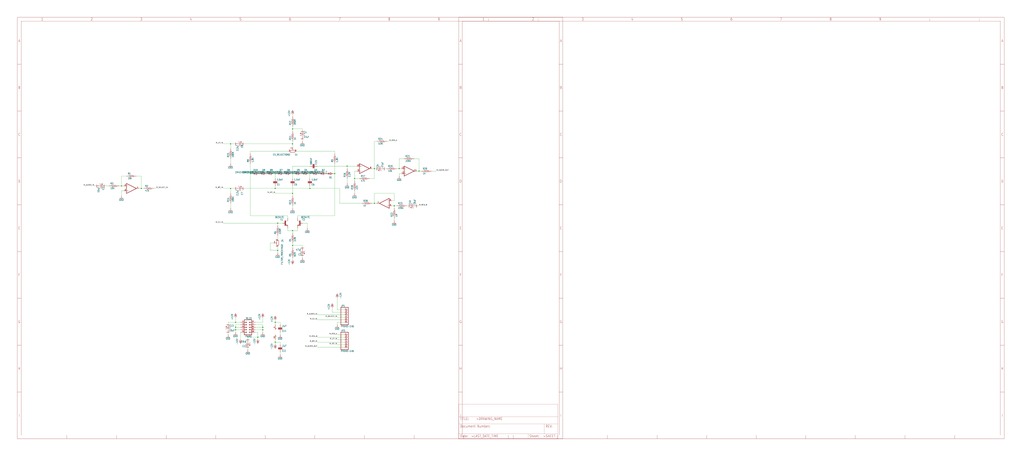
<source format=kicad_sch>
(kicad_sch (version 20211123) (generator eeschema)
  (paper "User" 1049.02 470.306)
  (lib_symbols
    (symbol "Device:R_Potentiometer_Trim" (pin_names (offset 1.016) hide)
      (property "Reference" "RV" (at -4.445 0 90))
      (property "Value" "R_Potentiometer_Trim" (at -2.54 0 90))
      (symbol "R_Potentiometer_Trim_1_1"
        (pin passive line (at 0 3.81 270) (length 1.27) (name "1") (number "1"))
        (pin passive line (at 3.81 0 180) (length 1.27) (name "2") (number "2"))
        (pin passive line (at 0 -3.81 90) (length 1.27) (name "3") (number "3"))
      )
    )
    (symbol "mainboard-eagle-import:+12V" (power)
      (property "Value" "+12V" (at -2.54 -5.08 90))
      (symbol "+12V_1_0"
        (pin power_in line (at 0 -2.54 90) (length 2.54) (name "+12V") (number "1"))
      )
    )
    (symbol "mainboard-eagle-import:-12V" (power)
      (property "Value" "-12V" (at -2.54 -2.54 90))
      (symbol "-12V_1_0"
        (pin power_in line (at 0 2.54 270) (length 2.54) (name "-12V") (number "1"))
      )
    )
    (symbol "mainboard-eagle-import:-NPN-TO92-CBE"
      (property "Reference" "T" (at -10.16 7.62 0))
      (property "Value" "-NPN-TO92-CBE" (at -10.16 5.08 0))
      (symbol "-NPN-TO92-CBE_1_0"
        (pin passive line (at -2.54 0 0) (length 2.54) (name "B") (number "B"))
        (pin passive line (at 2.54 5.08 270) (length 2.54) (name "C") (number "C"))
        (pin passive line (at 2.54 -5.08 90) (length 2.54) (name "E") (number "E"))
      )
    )
    (symbol "mainboard-eagle-import:1N4148DO35-7"
      (property "Reference" "D" (at 2.54 0.4826 0))
      (property "Value" "1N4148DO35-7" (at 2.54 -2.3114 0))
      (symbol "1N4148DO35-7_1_0"
        (text "SpiceOrder 1" (at -2.54 0 0) (effects (font (size 0.4064 0.3454))))
        (text "SpiceOrder 2" (at 2.54 0 0) (effects (font (size 0.4064 0.3454))))
        (pin passive line (at -2.54 0 0) (length 2.54) (name "A") (number "A"))
        (pin passive line (at 2.54 0 180) (length 2.54) (name "C") (number "C"))
      )
    )
    (symbol "mainboard-eagle-import:C-EU050-024X044"
      (property "Reference" "C" (at 1.524 0.381 0))
      (property "Value" "C-EU050-024X044" (at 1.524 -4.699 0))
      (symbol "C-EU050-024X044_1_0"
        (pin passive line (at 0 2.54 270) (length 2.54) (name "1") (number "1"))
        (pin passive line (at 0 -5.08 90) (length 2.54) (name "2") (number "2"))
      )
    )
    (symbol "mainboard-eagle-import:C-EU050-035X075"
      (property "Reference" "C" (at 1.524 0.381 0))
      (property "Value" "C-EU050-035X075" (at 1.524 -4.699 0))
      (symbol "C-EU050-035X075_1_0"
        (pin passive line (at 0 2.54 270) (length 2.54) (name "1") (number "1"))
        (pin passive line (at 0 -5.08 90) (length 2.54) (name "2") (number "2"))
      )
    )
    (symbol "mainboard-eagle-import:CPOL-USE2.5-5"
      (property "Reference" "C" (at 1.016 0.635 0))
      (property "Value" "CPOL-USE2.5-5" (at 1.016 -4.191 0))
      (symbol "CPOL-USE2.5-5_1_0"
        (text "SpiceOrder 1" (at 0 2.54 0) (effects (font (size 0.4064 0.3454))))
        (text "SpiceOrder 2" (at 0 -5.08 0) (effects (font (size 0.4064 0.3454))))
        (pin passive line (at 0 2.54 270) (length 2.54) (name "+") (number "+"))
        (pin passive line (at 0 -5.08 90) (length 2.54) (name "-") (number "-"))
      )
    )
    (symbol "mainboard-eagle-import:FRAME_C_L"
      (symbol "FRAME_C_L_0_0"
        (text "1" (at 25.4 429.895 0) (effects (font (size 2.54 2.286))))
        (text "2" (at 76.2 429.895 0) (effects (font (size 2.54 2.286))))
        (text "3" (at 127 429.895 0) (effects (font (size 2.54 2.286))))
        (text "4" (at 177.8 429.895 0) (effects (font (size 2.54 2.286))))
        (text "5" (at 228.6 429.895 0) (effects (font (size 2.54 2.286))))
        (text "6" (at 279.4 429.895 0) (effects (font (size 2.54 2.286))))
        (text "7" (at 330.2 429.895 0) (effects (font (size 2.54 2.286))))
        (text "8" (at 381 429.895 0) (effects (font (size 2.54 2.286))))
        (text "9" (at 431.8 429.895 0) (effects (font (size 2.54 2.286))))
        (text ":" (at 482.6 429.895 0) (effects (font (size 2.54 2.286))))
        (text ";" (at 533.4 429.895 0) (effects (font (size 2.54 2.286))))
        (text "A" (at 1.905 407.8111 0) (effects (font (size 2.54 2.286))))
        (text "A" (at 556.895 407.8111 0) (effects (font (size 2.54 2.286))))
        (text "B" (at 1.905 359.8333 0) (effects (font (size 2.54 2.286))))
        (text "B" (at 556.895 359.8333 0) (effects (font (size 2.54 2.286))))
        (text "C" (at 1.905 311.8556 0) (effects (font (size 2.54 2.286))))
        (text "C" (at 556.895 311.8556 0) (effects (font (size 2.54 2.286))))
        (text "D" (at 1.905 263.8778 0) (effects (font (size 2.54 2.286))))
        (text "D" (at 556.895 263.8778 0) (effects (font (size 2.54 2.286))))
        (text "E" (at 1.905 215.9 0) (effects (font (size 2.54 2.286))))
        (text "E" (at 556.895 215.9 0) (effects (font (size 2.54 2.286))))
        (text "F" (at 1.905 167.9222 0) (effects (font (size 2.54 2.286))))
        (text "F" (at 556.895 167.9222 0) (effects (font (size 2.54 2.286))))
        (text "G" (at 1.905 119.9444 0) (effects (font (size 2.54 2.286))))
        (text "G" (at 556.895 119.9444 0) (effects (font (size 2.54 2.286))))
        (text "H" (at 1.905 71.9667 0) (effects (font (size 2.54 2.286))))
        (text "H" (at 556.895 71.9667 0) (effects (font (size 2.54 2.286))))
        (text "I" (at 1.905 23.9889 0) (effects (font (size 2.54 2.286))))
        (text "I" (at 556.895 23.9889 0) (effects (font (size 2.54 2.286))))
      )
      (symbol "FRAME_C_L_2_0"
        (text ">DRAWING_NAME" (at 17.78 19.05 0) (effects (font (size 2.54 2.159)) (justify left bottom)))
        (text ">LAST_DATE_TIME" (at 12.7 1.27 0) (effects (font (size 2.54 2.159)) (justify left bottom)))
        (text ">SHEET" (at 86.36 1.27 0) (effects (font (size 2.54 2.159)) (justify left bottom)))
        (text "Date:" (at 1.27 1.27 0) (effects (font (size 2.54 2.159)) (justify left bottom)))
        (text "Document Number:" (at 1.27 11.43 0) (effects (font (size 2.54 2.159)) (justify left bottom)))
        (text "REV:" (at 88.9 11.43 0) (effects (font (size 2.54 2.159)) (justify left bottom)))
        (text "Sheet:" (at 72.39 1.27 0) (effects (font (size 2.54 2.159)) (justify left bottom)))
        (text "TITLE:" (at 1.27 19.05 0) (effects (font (size 2.54 2.159)) (justify left bottom)))
      )
    )
    (symbol "mainboard-eagle-import:GND" (power)
      (property "Value" "GND" (at -2.54 -2.54 0))
      (symbol "GND_1_0"
        (pin power_in line (at 0 2.54 270) (length 2.54) (name "GND") (number "1"))
      )
    )
    (symbol "mainboard-eagle-import:ML10"
      (property "Reference" "SV" (at -3.81 8.382 0))
      (property "Value" "ML10" (at -3.81 -10.16 0))
      (symbol "ML10_1_0"
        (pin passive line (at 7.62 -5.08 180) (length 5.08) (name "1") (number "1"))
        (pin passive line (at -7.62 5.08 0) (length 5.08) (name "10") (number "10"))
        (pin passive line (at -7.62 -5.08 0) (length 5.08) (name "2") (number "2"))
        (pin passive line (at 7.62 -2.54 180) (length 5.08) (name "3") (number "3"))
        (pin passive line (at -7.62 -2.54 0) (length 5.08) (name "4") (number "4"))
        (pin passive line (at 7.62 0 180) (length 5.08) (name "5") (number "5"))
        (pin passive line (at -7.62 0 0) (length 5.08) (name "6") (number "6"))
        (pin passive line (at 7.62 2.54 180) (length 5.08) (name "7") (number "7"))
        (pin passive line (at -7.62 2.54 0) (length 5.08) (name "8") (number "8"))
        (pin passive line (at 7.62 5.08 180) (length 5.08) (name "9") (number "9"))
      )
    )
    (symbol "mainboard-eagle-import:PINHD-1X6"
      (property "Reference" "JP" (at -6.35 10.795 0))
      (property "Value" "PINHD-1X6" (at -6.35 -10.16 0))
      (symbol "PINHD-1X6_1_0"
        (pin passive inverted (at -2.54 7.62 0) (length 2.54) (name "1") (number "1"))
        (pin passive inverted (at -2.54 5.08 0) (length 2.54) (name "2") (number "2"))
        (pin passive inverted (at -2.54 2.54 0) (length 2.54) (name "3") (number "3"))
        (pin passive inverted (at -2.54 0 0) (length 2.54) (name "4") (number "4"))
        (pin passive inverted (at -2.54 -2.54 0) (length 2.54) (name "5") (number "5"))
        (pin passive inverted (at -2.54 -5.08 0) (length 2.54) (name "6") (number "6"))
      )
    )
    (symbol "mainboard-eagle-import:R-US_0204{slash}7"
      (property "Reference" "R" (at -3.81 1.4986 0))
      (property "Value" "R-US_0204{slash}7" (at -3.81 -3.302 0))
      (symbol "R-US_0204{slash}7_1_0"
        (pin passive line (at -5.08 0 0) (length 2.54) (name "1") (number "1"))
        (pin passive line (at 5.08 0 180) (length 2.54) (name "2") (number "2"))
      )
    )
    (symbol "mainboard-eagle-import:TL074P"
      (symbol "TL074P_1_0"
        (pin output line (at 7.62 0 180) (length 2.54) (name "OUT") (number "1"))
        (pin input line (at -7.62 -2.54 0) (length 2.54) (name "-IN") (number "2"))
        (pin input line (at -7.62 2.54 0) (length 2.54) (name "+IN") (number "3"))
      )
      (symbol "TL074P_2_0"
        (pin input line (at -7.62 2.54 0) (length 2.54) (name "+IN") (number "5"))
        (pin input line (at -7.62 -2.54 0) (length 2.54) (name "-IN") (number "6"))
        (pin output line (at 7.62 0 180) (length 2.54) (name "OUT") (number "7"))
      )
      (symbol "TL074P_3_0"
        (pin input line (at -7.62 2.54 0) (length 2.54) (name "+IN") (number "10"))
        (pin output line (at 7.62 0 180) (length 2.54) (name "OUT") (number "8"))
        (pin input line (at -7.62 -2.54 0) (length 2.54) (name "-IN") (number "9"))
      )
      (symbol "TL074P_4_0"
        (pin input line (at -7.62 2.54 0) (length 2.54) (name "+IN") (number "12"))
        (pin input line (at -7.62 -2.54 0) (length 2.54) (name "-IN") (number "13"))
        (pin output line (at 7.62 0 180) (length 2.54) (name "OUT") (number "14"))
      )
      (symbol "TL074P_5_0"
        (text "V+" (at 1.27 3.175 900) (effects (font (size 0.8128 0.6908)) (justify left bottom)))
        (text "V-" (at 1.27 -4.445 900) (effects (font (size 0.8128 0.6908)) (justify left bottom)))
        (pin power_in line (at 0 -7.62 90) (length 5.08) (name "V-") (number "11"))
        (pin power_in line (at 0 7.62 270) (length 5.08) (name "V+") (number "4"))
      )
    )
  )
  (junction (at 284.48 256.54))
  (junction (at 299.72 251.46))
  (junction (at 363.22 182.88))
  (junction (at 342.9 177.8))
  (junction (at 281.94 350.52))
  (junction (at 299.72 236.22))
  (junction (at 317.5 193.04))
  (junction (at 408.94 172.72))
  (junction (at 144.78 193.04))
  (junction (at 403.86 210.82))
  (junction (at 124.46 190.5))
  (junction (at 236.22 147.32))
  (junction (at 236.22 193.04))
  (junction (at 284.48 228.6))
  (junction (at 241.3 335.28))
  (junction (at 241.3 330.2))
  (junction (at 256.54 177.8))
  (junction (at 241.3 337.82))
  (junction (at 355.6 170.18))
  (junction (at 299.72 177.8))
  (junction (at 317.5 177.8))
  (junction (at 383.54 208.28))
  (junction (at 281.94 177.8))
  (junction (at 269.24 335.28))
  (junction (at 299.72 198.12))
  (junction (at 429.26 175.26))
  (junction (at 264.16 345.44))
  (junction (at 281.94 193.04))
  (junction (at 383.54 172.72))
  (junction (at 281.94 330.2))
  (junction (at 299.72 132.08))
  (junction (at 269.24 337.82))
  (junction (at 299.72 147.32))
  (wire (pts (xy 299.72 116.84) (xy 299.72 119.38)))
  (wire (pts (xy 241.3 325.12) (xy 241.3 330.2)))
  (wire (pts (xy 269.24 332.74) (xy 261.62 332.74)))
  (wire (pts (xy 342.9 177.8) (xy 342.9 220.98)))
  (wire (pts (xy 299.72 213.36) (xy 299.72 210.82)))
  (wire (pts (xy 406.4 210.82) (xy 403.86 210.82)))
  (wire (pts (xy 309.88 264.16) (xy 309.88 261.62)))
  (wire (pts (xy 124.46 190.5) (xy 124.46 180.34)))
  (wire (pts (xy 431.8 175.26) (xy 429.26 175.26)))
  (wire (pts (xy 383.54 198.12) (xy 403.86 198.12)))
  (wire (pts (xy 365.76 175.26) (xy 363.22 175.26)))
  (wire (pts (xy 284.48 228.6) (xy 284.48 231.14)))
  (wire (pts (xy 299.72 236.22) (xy 304.8 236.22)))
  (wire (pts (xy 99.06 190.5) (xy 96.52 190.5)))
  (wire (pts (xy 345.44 330.2) (xy 345.44 332.74)))
  (wire (pts (xy 309.88 251.46) (xy 309.88 254)))
  (wire (pts (xy 363.22 182.88) (xy 368.3 182.88)))
  (wire (pts (xy 403.86 210.82) (xy 401.32 210.82)))
  (wire (pts (xy 281.94 182.88) (xy 281.94 177.8)))
  (wire (pts (xy 429.26 175.26) (xy 426.72 175.26)))
  (wire (pts (xy 236.22 193.04) (xy 228.6 193.04)))
  (wire (pts (xy 233.68 342.9) (xy 233.68 340.36)))
  (wire (pts (xy 299.72 248.92) (xy 299.72 251.46)))
  (wire (pts (xy 383.54 172.72) (xy 383.54 182.88)))
  (wire (pts (xy 340.36 320.04) (xy 340.36 314.96)))
  (wire (pts (xy 294.64 236.22) (xy 299.72 236.22)))
  (wire (pts (xy 363.22 182.88) (xy 363.22 185.42)))
  (wire (pts (xy 355.6 187.96) (xy 355.6 182.88)))
  (wire (pts (xy 317.5 190.5) (xy 317.5 193.04)))
  (wire (pts (xy 353.06 322.58) (xy 325.12 322.58)))
  (wire (pts (xy 303.53 154.94) (xy 342.9 154.94)))
  (wire (pts (xy 342.9 177.8) (xy 342.9 167.64)))
  (wire (pts (xy 281.94 330.2) (xy 281.94 327.66)))
  (wire (pts (xy 256.54 177.8) (xy 256.54 167.64)))
  (wire (pts (xy 381 172.72) (xy 383.54 172.72)))
  (wire (pts (xy 297.18 177.8) (xy 299.72 177.8)))
  (wire (pts (xy 139.7 180.34) (xy 144.78 180.34)))
  (wire (pts (xy 236.22 198.12) (xy 236.22 193.04)))
  (wire (pts (xy 124.46 190.5) (xy 127 190.5)))
  (wire (pts (xy 309.88 228.6) (xy 314.96 228.6)))
  (wire (pts (xy 236.22 147.32) (xy 228.6 147.32)))
  (wire (pts (xy 332.74 177.8) (xy 335.28 177.8)))
  (wire (pts (xy 411.48 177.8) (xy 408.94 177.8)))
  (wire (pts (xy 342.9 154.94) (xy 342.9 157.48)))
  (wire (pts (xy 281.94 330.2) (xy 287.02 330.2)))
  (wire (pts (xy 281.94 350.52) (xy 287.02 350.52)))
  (wire (pts (xy 299.72 132.08) (xy 299.72 134.62)))
  (wire (pts (xy 294.64 220.98) (xy 256.54 220.98)))
  (wire (pts (xy 246.38 337.82) (xy 241.3 337.82)))
  (wire (pts (xy 307.34 177.8) (xy 309.88 177.8)))
  (wire (pts (xy 353.06 345.44) (xy 325.12 345.44)))
  (wire (pts (xy 345.44 304.8) (xy 345.44 317.5)))
  (wire (pts (xy 121.92 190.5) (xy 124.46 190.5)))
  (wire (pts (xy 254 358.14) (xy 254 355.6)))
  (wire (pts (xy 309.88 144.78) (xy 309.88 142.24)))
  (wire (pts (xy 289.56 228.6) (xy 284.48 228.6)))
  (wire (pts (xy 276.86 248.92) (xy 280.67 248.92)))
  (wire (pts (xy 299.72 144.78) (xy 299.72 147.32)))
  (wire (pts (xy 317.5 193.04) (xy 281.94 193.04)))
  (wire (pts (xy 233.68 330.2) (xy 233.68 332.74)))
  (wire (pts (xy 340.36 177.8) (xy 342.9 177.8)))
  (wire (pts (xy 299.72 200.66) (xy 299.72 198.12)))
  (wire (pts (xy 241.3 193.04) (xy 236.22 193.04)))
  (wire (pts (xy 236.22 213.36) (xy 236.22 208.28)))
  (wire (pts (xy 284.48 228.6) (xy 228.6 228.6)))
  (wire (pts (xy 363.22 175.26) (xy 363.22 182.88)))
  (wire (pts (xy 241.3 147.32) (xy 236.22 147.32)))
  (wire (pts (xy 353.06 330.2) (xy 345.44 330.2)))
  (wire (pts (xy 363.22 195.58) (xy 363.22 198.12)))
  (wire (pts (xy 383.54 182.88) (xy 378.46 182.88)))
  (wire (pts (xy 236.22 147.32) (xy 236.22 152.4)))
  (wire (pts (xy 406.4 172.72) (xy 408.94 172.72)))
  (wire (pts (xy 299.72 147.32) (xy 248.92 147.32)))
  (wire (pts (xy 284.48 252.73) (xy 284.48 256.54)))
  (wire (pts (xy 287.02 342.9) (xy 287.02 340.36)))
  (wire (pts (xy 281.94 332.74) (xy 281.94 330.2)))
  (wire (pts (xy 281.94 190.5) (xy 281.94 193.04)))
  (wire (pts (xy 284.48 241.3) (xy 284.48 245.11)))
  (wire (pts (xy 403.86 205.74) (xy 401.32 205.74)))
  (wire (pts (xy 383.54 208.28) (xy 381 208.28)))
  (wire (pts (xy 299.72 177.8) (xy 299.72 170.18)))
  (wire (pts (xy 124.46 195.58) (xy 124.46 200.66)))
  (wire (pts (xy 383.54 144.78) (xy 386.08 144.78)))
  (wire (pts (xy 269.24 330.2) (xy 269.24 325.12)))
  (wire (pts (xy 256.54 157.48) (xy 256.54 154.94)))
  (wire (pts (xy 269.24 337.82) (xy 261.62 337.82)))
  (wire (pts (xy 279.4 177.8) (xy 281.94 177.8)))
  (wire (pts (xy 266.7 177.8) (xy 264.16 177.8)))
  (wire (pts (xy 276.86 248.92) (xy 276.86 256.54)))
  (wire (pts (xy 264.16 345.44) (xy 264.16 347.98)))
  (wire (pts (xy 289.56 177.8) (xy 292.1 177.8)))
  (wire (pts (xy 147.32 193.04) (xy 144.78 193.04)))
  (wire (pts (xy 281.94 193.04) (xy 248.92 193.04)))
  (wire (pts (xy 353.06 353.06) (xy 345.44 353.06)))
  (wire (pts (xy 269.24 335.28) (xy 269.24 337.82)))
  (wire (pts (xy 246.38 332.74) (xy 241.3 332.74)))
  (wire (pts (xy 299.72 238.76) (xy 299.72 236.22)))
  (wire (pts (xy 353.06 355.6) (xy 325.12 355.6)))
  (wire (pts (xy 325.12 177.8) (xy 327.66 177.8)))
  (wire (pts (xy 299.72 251.46) (xy 299.72 254)))
  (wire (pts (xy 294.64 233.68) (xy 294.64 236.22)))
  (wire (pts (xy 284.48 259.08) (xy 284.48 256.54)))
  (wire (pts (xy 317.5 182.88) (xy 317.5 177.8)))
  (wire (pts (xy 299.72 266.7) (xy 299.72 264.16)))
  (wire (pts (xy 416.56 210.82) (xy 419.1 210.82)))
  (wire (pts (xy 345.44 317.5) (xy 353.06 317.5)))
  (wire (pts (xy 429.26 175.26) (xy 429.26 162.56)))
  (wire (pts (xy 424.18 162.56) (xy 429.26 162.56)))
  (wire (pts (xy 408.94 172.72) (xy 408.94 162.56)))
  (wire (pts (xy 261.62 335.28) (xy 269.24 335.28)))
  (wire (pts (xy 241.3 330.2) (xy 246.38 330.2)))
  (wire (pts (xy 281.94 347.98) (xy 281.94 350.52)))
  (wire (pts (xy 276.86 256.54) (xy 284.48 256.54)))
  (wire (pts (xy 314.96 177.8) (xy 317.5 177.8)))
  (wire (pts (xy 383.54 208.28) (xy 383.54 198.12)))
  (wire (pts (xy 383.54 172.72) (xy 386.08 172.72)))
  (wire (pts (xy 304.8 220.98) (xy 342.9 220.98)))
  (wire (pts (xy 355.6 172.72) (xy 355.6 170.18)))
  (wire (pts (xy 299.72 182.88) (xy 299.72 177.8)))
  (wire (pts (xy 236.22 167.64) (xy 236.22 162.56)))
  (wire (pts (xy 408.94 177.8) (xy 408.94 180.34)))
  (wire (pts (xy 299.72 170.18) (xy 317.5 170.18)))
  (wire (pts (xy 269.24 335.28) (xy 269.24 332.74)))
  (wire (pts (xy 256.54 220.98) (xy 256.54 177.8)))
  (wire (pts (xy 355.6 170.18) (xy 365.76 170.18)))
  (wire (pts (xy 353.06 320.04) (xy 340.36 320.04)))
  (wire (pts (xy 127 195.58) (xy 124.46 195.58)))
  (wire (pts (xy 264.16 340.36) (xy 264.16 345.44)))
  (wire (pts (xy 274.32 177.8) (xy 271.78 177.8)))
  (wire (pts (xy 299.72 198.12) (xy 299.72 190.5)))
  (wire (pts (xy 287.02 363.22) (xy 287.02 360.68)))
  (wire (pts (xy 254 345.44) (xy 264.16 345.44)))
  (wire (pts (xy 299.72 129.54) (xy 299.72 132.08)))
  (wire (pts (xy 403.86 198.12) (xy 403.86 205.74)))
  (wire (pts (xy 403.86 226.06) (xy 403.86 223.52)))
  (wire (pts (xy 124.46 180.34) (xy 129.54 180.34)))
  (wire (pts (xy 241.3 337.82) (xy 241.3 340.36)))
  (wire (pts (xy 144.78 180.34) (xy 144.78 193.04)))
  (wire (pts (xy 353.06 350.52) (xy 325.12 350.52)))
  (wire (pts (xy 426.72 210.82) (xy 429.26 210.82)))
  (wire (pts (xy 304.8 236.22) (xy 304.8 233.68)))
  (wire (pts (xy 396.24 144.78) (xy 398.78 144.78)))
  (wire (pts (xy 403.86 213.36) (xy 403.86 210.82)))
  (wire (pts (xy 144.78 193.04) (xy 142.24 193.04)))
  (wire (pts (xy 241.3 330.2) (xy 233.68 330.2)))
  (wire (pts (xy 441.96 175.26) (xy 447.04 175.26)))
  (wire (pts (xy 408.94 172.72) (xy 411.48 172.72)))
  (wire (pts (xy 353.06 327.66) (xy 325.12 327.66)))
  (wire (pts (xy 299.72 132.08) (xy 309.88 132.08)))
  (wire (pts (xy 370.84 208.28) (xy 347.98 208.28)))
  (wire (pts (xy 383.54 172.72) (xy 383.54 144.78)))
  (wire (pts (xy 353.06 325.12) (xy 345.44 325.12)))
  (wire (pts (xy 325.12 170.18) (xy 355.6 170.18)))
  (wire (pts (xy 261.62 340.36) (xy 264.16 340.36)))
  (wire (pts (xy 299.72 251.46) (xy 309.88 251.46)))
  (wire (pts (xy 347.98 208.28) (xy 347.98 193.04)))
  (wire (pts (xy 256.54 154.94) (xy 295.91 154.94)))
  (wire (pts (xy 261.62 330.2) (xy 269.24 330.2)))
  (wire (pts (xy 157.48 193.04) (xy 160.02 193.04)))
  (wire (pts (xy 353.06 342.9) (xy 345.44 342.9)))
  (wire (pts (xy 246.38 335.28) (xy 241.3 335.28)))
  (wire (pts (xy 256.54 177.8) (xy 259.08 177.8)))
  (wire (pts (xy 317.5 177.8) (xy 320.04 177.8)))
  (wire (pts (xy 393.7 172.72) (xy 396.24 172.72)))
  (wire (pts (xy 309.88 132.08) (xy 309.88 134.62)))
  (wire (pts (xy 254 347.98) (xy 254 345.44)))
  (wire (pts (xy 246.38 347.98) (xy 246.38 340.36)))
  (wire (pts (xy 314.96 228.6) (xy 314.96 233.68)))
  (wire (pts (xy 386.08 208.28) (xy 383.54 208.28)))
  (wire (pts (xy 353.06 347.98) (xy 345.44 347.98)))
  (wire (pts (xy 281.94 350.52) (xy 281.94 353.06)))
  (wire (pts (xy 408.94 162.56) (xy 414.02 162.56)))
  (wire (pts (xy 347.98 193.04) (xy 317.5 193.04)))
  (wire (pts (xy 269.24 340.36) (xy 269.24 337.82)))
  (wire (pts (xy 287.02 330.2) (xy 287.02 332.74)))
  (wire (pts (xy 299.72 198.12) (xy 281.94 198.12)))
  (wire (pts (xy 299.72 147.32) (xy 299.72 151.13)))
  (wire (pts (xy 287.02 350.52) (xy 287.02 353.06)))
  (wire (pts (xy 299.72 177.8) (xy 302.26 177.8)))
  (wire (pts (xy 241.3 335.28) (xy 241.3 337.82)))
  (wire (pts (xy 304.8 223.52) (xy 304.8 220.98)))
  (wire (pts (xy 281.94 177.8) (xy 284.48 177.8)))
  (wire (pts (xy 241.3 332.74) (xy 241.3 335.28)))
  (wire (pts (xy 106.68 190.5) (xy 111.76 190.5)))
  (wire (pts (xy 294.64 223.52) (xy 294.64 220.98)))
  (label "M_AUDIO_IN" (at 96.52 190.5 180) (effects (font (size 1.2446 1.2446))))
  (label "M_LP_IN" (at 345.44 347.98 180) (effects (font (size 1.2446 1.2446))))
  (label "M_BP_IN" (at 325.12 350.52 180) (effects (font (size 1.2446 1.2446))))
  (label "M_SELECT_IN" (at 160.02 193.04 0) (effects (font (size 1.2446 1.2446))))
  (label "M_HP_IN" (at 345.44 353.06 180) (effects (font (size 1.2446 1.2446))))
  (label "M_AUDIO_IN" (at 325.12 322.58 180) (effects (font (size 1.2446 1.2446))))
  (label "M_AUDIO_OUT" (at 447.04 175.26 0) (effects (font (size 1.2446 1.2446))))
  (label "M_RES_A" (at 345.44 342.9 180) (effects (font (size 1.2446 1.2446))))
  (label "M_CV_IN" (at 228.6 228.6 180) (effects (font (size 1.2446 1.2446))))
  (label "M_RES_B" (at 429.26 210.82 0) (effects (font (size 1.2446 1.2446))))
  (label "M_HP_IN" (at 281.94 198.12 180) (effects (font (size 1.2446 1.2446))))
  (label "M_CV_IN" (at 325.12 327.66 180) (effects (font (size 1.2446 1.2446))))
  (label "M_RES_B" (at 325.12 345.44 180) (effects (font (size 1.2446 1.2446))))
  (label "M_BP_IN" (at 228.6 193.04 180) (effects (font (size 1.2446 1.2446))))
  (label "M_LP_IN" (at 228.6 147.32 180) (effects (font (size 1.2446 1.2446))))
  (label "M_AUDIO_OUT" (at 325.12 355.6 180) (effects (font (size 1.2446 1.2446))))
  (label "M_RES_A" (at 398.78 144.78 0) (effects (font (size 1.2446 1.2446))))
  (label "M_SELECT_IN" (at 345.44 325.12 180) (effects (font (size 1.2446 1.2446))))
  (symbol (lib_id "mainboard-eagle-import:R-US_0204{slash}7") (at 342.9 162.56 90) (unit 1)
    (property "Reference" "R9" (at 341.4014 166.37 0) (effects (font (size 1.778 1.5113)) (justify left bottom)))
    (property "Value" "1.8k" (at 346.202 166.37 0) (effects (font (size 1.778 1.5113)) (justify left bottom)))
    (property "Footprint" "mainboard:0204_7" (effects hide))
  )
  (symbol (lib_id "mainboard-eagle-import:GND") (at 287.02 345.44 0) (unit 1)
    (property "Reference" "#GND026" (effects hide))
    (property "Value" "GND" (at 284.48 347.98 0) (effects (font (size 1.778 1.5113)) (justify left bottom)))
    (property "Footprint" "mainboard:" (effects hide))
  )
  (symbol (lib_id "mainboard-eagle-import:C-EU050-024X044") (at 299.72 185.42 0) (unit 1)
    (property "Reference" "C5" (at 301.244 190.119 0) (effects (font (size 1.778 1.5113)) (justify left bottom)))
    (property "Value" "1.5nF" (at 301.244 185.039 0) (effects (font (size 1.778 1.5113)) (justify left bottom)))
    (property "Footprint" "mainboard:C050-024X044" (effects hide))
  )
  (symbol (lib_id "Device:R_Potentiometer_Trim") (at 284.48 248.92 180) (unit 1)
    (property "Reference" "FILTER_TRACKING0" (at 287.909 250.19 90) (effects (font (size 1.778 1.5113)) (justify left bottom)))
    (property "Value" "2k" (at 288.29 245.11 90) (effects (font (size 1.778 1.5113)) (justify left bottom)))
    (property "Footprint" "Potentiometer_THT:Potentiometer_Bourns_3296W_Vertical" (effects hide))
  )
  (symbol (lib_id "mainboard-eagle-import:C-EU050-024X044") (at 287.02 355.6 0) (unit 1)
    (property "Reference" "C11" (at 288.544 360.299 0) (effects (font (size 1.778 1.5113)) (justify left bottom)))
    (property "Value" ".1uF" (at 288.544 355.219 0) (effects (font (size 1.778 1.5113)) (justify left bottom)))
    (property "Footprint" "mainboard:C050-024X044" (effects hide))
  )
  (symbol (lib_id "mainboard-eagle-import:-12V") (at 345.44 302.26 180) (unit 1)
    (property "Reference" "#P-04" (effects hide))
    (property "Value" "-12V" (at 347.98 299.72 90) (effects (font (size 1.778 1.5113)) (justify left bottom)))
    (property "Footprint" "mainboard:" (effects hide))
  )
  (symbol (lib_id "mainboard-eagle-import:1N4148DO35-7") (at 276.86 177.8 180) (unit 1)
    (property "Reference" "D8" (at 279.4 173.2026 0) (effects (font (size 1.778 1.5113)) (justify left bottom)))
    (property "Value" "1N4148DO35-7" (at 274.32 175.4886 0) (effects (font (size 1.778 1.5113)) (justify left bottom)))
    (property "Footprint" "mainboard:DO35-7" (effects hide))
  )
  (symbol (lib_id "mainboard-eagle-import:R-US_0204{slash}7") (at 299.72 259.08 90) (unit 1)
    (property "Reference" "R5" (at 298.2214 262.89 0) (effects (font (size 1.778 1.5113)) (justify left bottom)))
    (property "Value" "82R" (at 303.022 262.89 0) (effects (font (size 1.778 1.5113)) (justify left bottom)))
    (property "Footprint" "mainboard:0204_7" (effects hide))
  )
  (symbol (lib_id "mainboard-eagle-import:GND") (at 233.68 345.44 0) (unit 1)
    (property "Reference" "#GND032" (effects hide))
    (property "Value" "GND" (at 231.14 347.98 0) (effects (font (size 1.778 1.5113)) (justify left bottom)))
    (property "Footprint" "mainboard:" (effects hide))
  )
  (symbol (lib_id "mainboard-eagle-import:R-US_0204{slash}7") (at 375.92 208.28 0) (unit 1)
    (property "Reference" "R28" (at 372.11 206.7814 0) (effects (font (size 1.778 1.5113)) (justify left bottom)))
    (property "Value" "1k" (at 372.11 211.582 0) (effects (font (size 1.778 1.5113)) (justify left bottom)))
    (property "Footprint" "mainboard:0204_7" (effects hide))
  )
  (symbol (lib_id "mainboard-eagle-import:CPOL-USE2.5-5") (at 246.38 193.04 270) (unit 1)
    (property "Reference" "C7" (at 247.015 196.596 0) (effects (font (size 1.778 1.5113)) (justify left bottom)))
    (property "Value" "2.2uF" (at 242.189 194.056 0) (effects (font (size 1.778 1.5113)) (justify left bottom)))
    (property "Footprint" "mainboard:E2,5-5" (effects hide))
  )
  (symbol (lib_id "mainboard-eagle-import:R-US_0204{slash}7") (at 403.86 218.44 90) (unit 1)
    (property "Reference" "R22" (at 402.3614 222.25 0) (effects (font (size 1.778 1.5113)) (justify left bottom)))
    (property "Value" "1M" (at 407.162 222.25 0) (effects (font (size 1.778 1.5113)) (justify left bottom)))
    (property "Footprint" "mainboard:0204_7" (effects hide))
  )
  (symbol (lib_id "mainboard-eagle-import:R-US_0204{slash}7") (at 411.48 210.82 0) (unit 1)
    (property "Reference" "R23" (at 407.67 209.3214 0) (effects (font (size 1.778 1.5113)) (justify left bottom)))
    (property "Value" "220k" (at 407.67 214.122 0) (effects (font (size 1.778 1.5113)) (justify left bottom)))
    (property "Footprint" "mainboard:0204_7" (effects hide))
  )
  (symbol (lib_id "mainboard-eagle-import:GND") (at 124.46 203.2 0) (unit 1)
    (property "Reference" "#GND01" (effects hide))
    (property "Value" "GND" (at 121.92 205.74 0) (effects (font (size 1.778 1.5113)) (justify left bottom)))
    (property "Footprint" "mainboard:" (effects hide))
  )
  (symbol (lib_id "mainboard-eagle-import:R-US_0204{slash}7") (at 299.72 139.7 90) (unit 1)
    (property "Reference" "R11" (at 298.2214 143.51 0) (effects (font (size 1.778 1.5113)) (justify left bottom)))
    (property "Value" "1k" (at 303.022 143.51 0) (effects (font (size 1.778 1.5113)) (justify left bottom)))
    (property "Footprint" "mainboard:0204_7" (effects hide))
  )
  (symbol (lib_id "mainboard-eagle-import:C-EU050-024X044") (at 287.02 335.28 0) (unit 1)
    (property "Reference" "C14" (at 288.544 339.979 0) (effects (font (size 1.778 1.5113)) (justify left bottom)))
    (property "Value" ".1uF" (at 288.544 334.899 0) (effects (font (size 1.778 1.5113)) (justify left bottom)))
    (property "Footprint" "mainboard:C050-024X044" (effects hide))
  )
  (symbol (lib_id "mainboard-eagle-import:+12V") (at 299.72 114.3 0) (unit 1)
    (property "Reference" "#P+01" (effects hide))
    (property "Value" "+12V" (at 297.18 119.38 90) (effects (font (size 1.778 1.5113)) (justify left bottom)))
    (property "Footprint" "mainboard:" (effects hide))
  )
  (symbol (lib_id "mainboard-eagle-import:1N4148DO35-7") (at 304.8 177.8 180) (unit 1)
    (property "Reference" "D5" (at 307.34 173.2026 0) (effects (font (size 1.778 1.5113)) (justify left bottom)))
    (property "Value" "1N4148DO35-7" (at 302.26 175.4886 0) (effects (font (size 1.778 1.5113)) (justify left bottom)))
    (property "Footprint" "mainboard:DO35-7" (effects hide))
  )
  (symbol (lib_id "mainboard-eagle-import:-12V") (at 264.16 350.52 0) (unit 1)
    (property "Reference" "#P-07" (effects hide))
    (property "Value" "-12V" (at 261.62 353.06 90) (effects (font (size 1.778 1.5113)) (justify left bottom)))
    (property "Footprint" "mainboard:" (effects hide))
  )
  (symbol (lib_id "mainboard-eagle-import:1N4148DO35-7") (at 322.58 177.8 180) (unit 1)
    (property "Reference" "D3" (at 325.12 173.2026 0) (effects (font (size 1.778 1.5113)) (justify left bottom)))
    (property "Value" "1N4148DO35-7" (at 320.04 175.4886 0) (effects (font (size 1.778 1.5113)) (justify left bottom)))
    (property "Footprint" "mainboard:DO35-7" (effects hide))
  )
  (symbol (lib_id "mainboard-eagle-import:GND") (at 236.22 215.9 0) (unit 1)
    (property "Reference" "#GND07" (effects hide))
    (property "Value" "GND" (at 233.68 218.44 0) (effects (font (size 1.778 1.5113)) (justify left bottom)))
    (property "Footprint" "mainboard:" (effects hide))
  )
  (symbol (lib_id "mainboard-eagle-import:PINHD-1X6") (at 355.6 350.52 0) (unit 1)
    (property "Reference" "JP3" (at 349.25 339.725 0) (effects (font (size 1.778 1.5113)) (justify left bottom)))
    (property "Value" "PINHD-1X6" (at 349.25 360.68 0) (effects (font (size 1.778 1.5113)) (justify left bottom)))
    (property "Footprint" "mainboard:1X06" (effects hide))
  )
  (symbol (lib_id "mainboard-eagle-import:R-US_0204{slash}7") (at 236.22 157.48 90) (unit 1)
    (property "Reference" "R15" (at 234.7214 161.29 0) (effects (font (size 1.778 1.5113)) (justify left bottom)))
    (property "Value" "180K" (at 239.522 161.29 0) (effects (font (size 1.778 1.5113)) (justify left bottom)))
    (property "Footprint" "mainboard:0204_7" (effects hide))
  )
  (symbol (lib_id "mainboard-eagle-import:CPOL-USE2.5-5") (at 246.38 147.32 270) (unit 1)
    (property "Reference" "C8" (at 247.015 148.336 0) (effects (font (size 1.778 1.5113)) (justify left bottom)))
    (property "Value" "2.2uF" (at 242.189 148.336 0) (effects (font (size 1.778 1.5113)) (justify left bottom)))
    (property "Footprint" "mainboard:E2,5-5" (effects hide))
  )
  (symbol (lib_id "mainboard-eagle-import:GND") (at 236.22 170.18 0) (unit 1)
    (property "Reference" "#GND08" (effects hide))
    (property "Value" "GND" (at 233.68 172.72 0) (effects (font (size 1.778 1.5113)) (justify left bottom)))
    (property "Footprint" "mainboard:" (effects hide))
  )
  (symbol (lib_id "mainboard-eagle-import:GND") (at 309.88 266.7 0) (unit 1)
    (property "Reference" "#GND02" (effects hide))
    (property "Value" "GND" (at 307.34 269.24 0) (effects (font (size 1.778 1.5113)) (justify left bottom)))
    (property "Footprint" "mainboard:" (effects hide))
  )
  (symbol (lib_id "mainboard-eagle-import:GND") (at 287.02 365.76 0) (unit 1)
    (property "Reference" "#GND025" (effects hide))
    (property "Value" "GND" (at 284.48 368.3 0) (effects (font (size 1.778 1.5113)) (justify left bottom)))
    (property "Footprint" "mainboard:" (effects hide))
  )
  (symbol (lib_id "mainboard-eagle-import:1N4148DO35-7") (at 269.24 177.8 180) (unit 1)
    (property "Reference" "D9" (at 271.78 173.2026 0) (effects (font (size 1.778 1.5113)) (justify left bottom)))
    (property "Value" "1N4148DO35-7" (at 266.7 175.4886 0) (effects (font (size 1.778 1.5113)) (justify left bottom)))
    (property "Footprint" "mainboard:DO35-7" (effects hide))
  )
  (symbol (lib_id "mainboard-eagle-import:-12V") (at 246.38 350.52 0) (unit 1)
    (property "Reference" "#P-03" (effects hide))
    (property "Value" "-12V" (at 243.84 353.06 90) (effects (font (size 1.778 1.5113)) (justify left bottom)))
    (property "Footprint" "mainboard:" (effects hide))
  )
  (symbol (lib_id "mainboard-eagle-import:C-EU050-024X044") (at 317.5 185.42 0) (unit 1)
    (property "Reference" "C6" (at 319.024 190.119 0) (effects (font (size 1.778 1.5113)) (justify left bottom)))
    (property "Value" "1.5nF" (at 319.024 185.039 0) (effects (font (size 1.778 1.5113)) (justify left bottom)))
    (property "Footprint" "mainboard:C050-024X044" (effects hide))
  )
  (symbol (lib_id "mainboard-eagle-import:1N4148DO35-7") (at 287.02 177.8 180) (unit 1)
    (property "Reference" "D7" (at 289.56 173.2026 0) (effects (font (size 1.778 1.5113)) (justify left bottom)))
    (property "Value" "1N4148DO35-7" (at 284.48 175.4886 0) (effects (font (size 1.778 1.5113)) (justify left bottom)))
    (property "Footprint" "mainboard:DO35-7" (effects hide))
  )
  (symbol (lib_id "mainboard-eagle-import:GND") (at 403.86 228.6 0) (unit 1)
    (property "Reference" "#GND012" (effects hide))
    (property "Value" "GND" (at 401.32 231.14 0) (effects (font (size 1.778 1.5113)) (justify left bottom)))
    (property "Footprint" "mainboard:" (effects hide))
  )
  (symbol (lib_id "mainboard-eagle-import:+12V") (at 241.3 322.58 0) (unit 1)
    (property "Reference" "#P+013" (effects hide))
    (property "Value" "+12V" (at 238.76 327.66 90) (effects (font (size 1.778 1.5113)) (justify left bottom)))
    (property "Footprint" "mainboard:" (effects hide))
  )
  (symbol (lib_id "mainboard-eagle-import:R-US_0204{slash}7") (at 373.38 182.88 0) (unit 1)
    (property "Reference" "R17" (at 369.57 181.3814 0) (effects (font (size 1.778 1.5113)) (justify left bottom)))
    (property "Value" "47k" (at 369.57 186.182 0) (effects (font (size 1.778 1.5113)) (justify left bottom)))
    (property "Footprint" "mainboard:0204_7" (effects hide))
  )
  (symbol (lib_id "mainboard-eagle-import:TL074P") (at 281.94 340.36 0) (unit 5)
    (property "Reference" "IC1" (effects hide))
    (property "Value" "TL074P" (effects hide))
    (property "Footprint" "Package_SO:SOIC-14_3.9x8.7mm_P1.27mm" (effects hide))
  )
  (symbol (lib_id "mainboard-eagle-import:FRAME_C_L") (at 469.9 449.58 0) (unit 2)
    (property "Reference" "#FRAME1" (effects hide))
    (property "Value" "FRAME_C_L" (effects hide))
    (property "Footprint" "mainboard:" (effects hide))
  )
  (symbol (lib_id "mainboard-eagle-import:GND") (at 254 360.68 0) (unit 1)
    (property "Reference" "#GND033" (effects hide))
    (property "Value" "GND" (at 251.46 363.22 0) (effects (font (size 1.778 1.5113)) (justify left bottom)))
    (property "Footprint" "mainboard:" (effects hide))
  )
  (symbol (lib_id "mainboard-eagle-import:-NPN-TO92-CBE") (at 307.34 228.6 0) (mirror y) (unit 1)
    (property "Reference" "T2" (at 312.42 226.06 0) (effects (font (size 1.778 1.5113)) (justify left bottom)))
    (property "Value" "BC547C" (at 317.5 223.52 0) (effects (font (size 1.778 1.5113)) (justify left bottom)))
    (property "Footprint" "mainboard:TO92-CBE" (effects hide))
  )
  (symbol (lib_id "mainboard-eagle-import:R-US_0204{slash}7") (at 236.22 203.2 90) (unit 1)
    (property "Reference" "R14" (at 234.7214 207.01 0) (effects (font (size 1.778 1.5113)) (justify left bottom)))
    (property "Value" "180k" (at 239.522 207.01 0) (effects (font (size 1.778 1.5113)) (justify left bottom)))
    (property "Footprint" "mainboard:0204_7" (effects hide))
  )
  (symbol (lib_id "mainboard-eagle-import:-12V") (at 299.72 269.24 0) (unit 1)
    (property "Reference" "#P-01" (effects hide))
    (property "Value" "-12V" (at 297.18 271.78 90) (effects (font (size 1.778 1.5113)) (justify left bottom)))
    (property "Footprint" "mainboard:" (effects hide))
  )
  (symbol (lib_id "mainboard-eagle-import:CPOL-USE2.5-5") (at 104.14 190.5 270) (unit 1)
    (property "Reference" "C2" (at 104.775 191.516 0) (effects (font (size 1.778 1.5113)) (justify left bottom)))
    (property "Value" "10uF" (at 99.949 191.516 0) (effects (font (size 1.778 1.5113)) (justify left bottom)))
    (property "Footprint" "mainboard:E2,5-5" (effects hide))
  )
  (symbol (lib_id "mainboard-eagle-import:GND") (at 355.6 190.5 0) (unit 1)
    (property "Reference" "#GND09" (effects hide))
    (property "Value" "GND" (at 353.06 193.04 0) (effects (font (size 1.778 1.5113)) (justify left bottom)))
    (property "Footprint" "mainboard:" (effects hide))
  )
  (symbol (lib_id "mainboard-eagle-import:1N4148DO35-7") (at 330.2 177.8 180) (unit 1)
    (property "Reference" "D2" (at 332.74 173.2026 0) (effects (font (size 1.778 1.5113)) (justify left bottom)))
    (property "Value" "1N4148DO35-7" (at 327.66 175.4886 0) (effects (font (size 1.778 1.5113)) (justify left bottom)))
    (property "Footprint" "mainboard:DO35-7" (effects hide))
  )
  (symbol (lib_id "mainboard-eagle-import:TL074P") (at 419.1 175.26 0) (mirror x) (unit 4)
    (property "Reference" "IC1" (effects hide))
    (property "Value" "TL074P" (effects hide))
    (property "Footprint" "Package_SO:SOIC-14_3.9x8.7mm_P1.27mm" (effects hide))
  )
  (symbol (lib_id "mainboard-eagle-import:FRAME_C_L") (at 17.78 449.58 0) (unit 1)
    (property "Reference" "#FRAME1" (effects hide))
    (property "Value" "FRAME_C_L" (effects hide))
    (property "Footprint" "mainboard:" (effects hide))
  )
  (symbol (lib_id "mainboard-eagle-import:-NPN-TO92-CBE") (at 292.1 228.6 0) (unit 1)
    (property "Reference" "T1" (at 287.02 226.06 0) (effects (font (size 1.778 1.5113)) (justify left bottom)))
    (property "Value" "BC547C" (at 281.94 223.52 0) (effects (font (size 1.778 1.5113)) (justify left bottom)))
    (property "Footprint" "mainboard:TO92-CBE" (effects hide))
  )
  (symbol (lib_id "mainboard-eagle-import:CPOL-USE2.5-5") (at 388.62 172.72 90) (unit 1)
    (property "Reference" "C9" (at 387.985 171.704 0) (effects (font (size 1.778 1.5113)) (justify left bottom)))
    (property "Value" "47uF" (at 392.811 171.704 0) (effects (font (size 1.778 1.5113)) (justify left bottom)))
    (property "Footprint" "mainboard:E2,5-5" (effects hide))
  )
  (symbol (lib_id "mainboard-eagle-import:GND") (at 345.44 335.28 0) (unit 1)
    (property "Reference" "#GND014" (effects hide))
    (property "Value" "GND" (at 342.9 337.82 0) (effects (font (size 1.778 1.5113)) (justify left bottom)))
    (property "Footprint" "mainboard:" (effects hide))
  )
  (symbol (lib_id "mainboard-eagle-import:GND") (at 314.96 236.22 0) (unit 1)
    (property "Reference" "#GND03" (effects hide))
    (property "Value" "GND" (at 312.42 238.76 0) (effects (font (size 1.778 1.5113)) (justify left bottom)))
    (property "Footprint" "mainboard:" (effects hide))
  )
  (symbol (lib_id "mainboard-eagle-import:GND") (at 284.48 261.62 0) (unit 1)
    (property "Reference" "#GND04" (effects hide))
    (property "Value" "GND" (at 281.94 264.16 0) (effects (font (size 1.778 1.5113)) (justify left bottom)))
    (property "Footprint" "mainboard:" (effects hide))
  )
  (symbol (lib_id "mainboard-eagle-import:1N4148DO35-7") (at 337.82 177.8 180) (unit 1)
    (property "Reference" "D1" (at 340.36 180.8226 0) (effects (font (size 1.778 1.5113)) (justify left bottom)))
    (property "Value" "1N4148DO35-7" (at 335.28 175.4886 0) (effects (font (size 1.778 1.5113)) (justify left bottom)))
    (property "Footprint" "mainboard:DO35-7" (effects hide))
  )
  (symbol (lib_id "mainboard-eagle-import:-12V") (at 281.94 355.6 0) (unit 1)
    (property "Reference" "#P-02" (effects hide))
    (property "Value" "-12V" (at 279.4 358.14 90) (effects (font (size 1.778 1.5113)) (justify left bottom)))
    (property "Footprint" "mainboard:" (effects hide))
  )
  (symbol (lib_id "mainboard-eagle-import:R-US_0204{slash}7") (at 355.6 177.8 90) (unit 1)
    (property "Reference" "R16" (at 354.1014 181.61 0) (effects (font (size 1.778 1.5113)) (justify left bottom)))
    (property "Value" "2.2M" (at 358.902 181.61 0) (effects (font (size 1.778 1.5113)) (justify left bottom)))
    (property "Footprint" "mainboard:0204_7" (effects hide))
  )
  (symbol (lib_id "mainboard-eagle-import:R-US_0204{slash}7") (at 284.48 236.22 90) (unit 1)
    (property "Reference" "R6" (at 282.9814 240.03 0) (effects (font (size 1.778 1.5113)) (justify left bottom)))
    (property "Value" "220R" (at 287.782 240.03 0) (effects (font (size 1.778 1.5113)) (justify left bottom)))
    (property "Footprint" "mainboard:0204_7" (effects hide))
  )
  (symbol (lib_id "mainboard-eagle-import:R-US_0204{slash}7") (at 299.72 205.74 90) (unit 1)
    (property "Reference" "R13" (at 298.2214 209.55 0) (effects (font (size 1.778 1.5113)) (justify left bottom)))
    (property "Value" "1k" (at 303.022 209.55 0) (effects (font (size 1.778 1.5113)) (justify left bottom)))
    (property "Footprint" "mainboard:0204_7" (effects hide))
  )
  (symbol (lib_id "mainboard-eagle-import:R-US_0204{slash}7") (at 116.84 190.5 0) (unit 1)
    (property "Reference" "R3" (at 113.03 189.0014 0) (effects (font (size 1.778 1.5113)) (justify left bottom)))
    (property "Value" "10k" (at 113.03 193.802 0) (effects (font (size 1.778 1.5113)) (justify left bottom)))
    (property "Footprint" "mainboard:0204_7" (effects hide))
  )
  (symbol (lib_id "mainboard-eagle-import:R-US_0204{slash}7") (at 256.54 162.56 90) (unit 1)
    (property "Reference" "R8" (at 255.0414 166.37 0) (effects (font (size 1.778 1.5113)) (justify left bottom)))
    (property "Value" "1.8k" (at 259.842 166.37 0) (effects (font (size 1.778 1.5113)) (justify left bottom)))
    (property "Footprint" "mainboard:0204_7" (effects hide))
  )
  (symbol (lib_id "mainboard-eagle-import:TL074P") (at 373.38 172.72 0) (unit 3)
    (property "Reference" "IC1" (effects hide))
    (property "Value" "TL074P" (effects hide))
    (property "Footprint" "Package_SO:SOIC-14_3.9x8.7mm_P1.27mm" (effects hide))
  )
  (symbol (lib_id "mainboard-eagle-import:GND") (at 363.22 200.66 0) (unit 1)
    (property "Reference" "#GND010" (effects hide))
    (property "Value" "GND" (at 360.68 203.2 0) (effects (font (size 1.778 1.5113)) (justify left bottom)))
    (property "Footprint" "mainboard:" (effects hide))
  )
  (symbol (lib_id "mainboard-eagle-import:R-US_0204{slash}7") (at 401.32 172.72 0) (unit 1)
    (property "Reference" "R19" (at 397.51 171.2214 0) (effects (font (size 1.778 1.5113)) (justify left bottom)))
    (property "Value" "10k" (at 397.51 176.022 0) (effects (font (size 1.778 1.5113)) (justify left bottom)))
    (property "Footprint" "mainboard:0204_7" (effects hide))
  )
  (symbol (lib_id "mainboard-eagle-import:GND") (at 241.3 342.9 0) (unit 1)
    (property "Reference" "#GND030" (effects hide))
    (property "Value" "GND" (at 238.76 345.44 0) (effects (font (size 1.778 1.5113)) (justify left bottom)))
    (property "Footprint" "mainboard:" (effects hide))
  )
  (symbol (lib_id "mainboard-eagle-import:GND") (at 299.72 215.9 0) (unit 1)
    (property "Reference" "#GND06" (effects hide))
    (property "Value" "GND" (at 297.18 218.44 0) (effects (font (size 1.778 1.5113)) (justify left bottom)))
    (property "Footprint" "mainboard:" (effects hide))
  )
  (symbol (lib_id "mainboard-eagle-import:C-EU050-035X075") (at 320.04 170.18 90) (unit 1)
    (property "Reference" "C15" (at 324.739 168.656 0) (effects (font (size 1.778 1.5113)) (justify left bottom)))
    (property "Value" "680nF" (at 319.659 168.656 0) (effects (font (size 1.778 1.5113)) (justify left bottom)))
    (property "Footprint" "mainboard:C050-035X075" (effects hide))
  )
  (symbol (lib_id "mainboard-eagle-import:1N4148DO35-7") (at 312.42 177.8 180) (unit 1)
    (property "Reference" "D4" (at 314.96 173.2026 0) (effects (font (size 1.778 1.5113)) (justify left bottom)))
    (property "Value" "1N4148DO35-7" (at 309.88 175.4886 0) (effects (font (size 1.778 1.5113)) (justify left bottom)))
    (property "Footprint" "mainboard:DO35-7" (effects hide))
  )
  (symbol (lib_id "mainboard-eagle-import:PINHD-1X6") (at 355.6 325.12 0) (unit 1)
    (property "Reference" "JP1" (at 349.25 314.325 0) (effects (font (size 1.778 1.5113)) (justify left bottom)))
    (property "Value" "PINHD-1X6" (at 349.25 335.28 0) (effects (font (size 1.778 1.5113)) (justify left bottom)))
    (property "Footprint" "mainboard:1X06" (effects hide))
  )
  (symbol (lib_id "mainboard-eagle-import:R-US_0204{slash}7") (at 363.22 190.5 90) (unit 1)
    (property "Reference" "R18" (at 361.7214 194.31 0) (effects (font (size 1.778 1.5113)) (justify left bottom)))
    (property "Value" "22k" (at 366.522 194.31 0) (effects (font (size 1.778 1.5113)) (justify left bottom)))
    (property "Footprint" "mainboard:0204_7" (effects hide))
  )
  (symbol (lib_id "mainboard-eagle-import:R-US_0204{slash}7") (at 419.1 162.56 0) (unit 1)
    (property "Reference" "R21" (at 415.29 161.0614 0) (effects (font (size 1.778 1.5113)) (justify left bottom)))
    (property "Value" "220k" (at 415.29 165.862 0) (effects (font (size 1.778 1.5113)) (justify left bottom)))
    (property "Footprint" "mainboard:0204_7" (effects hide))
  )
  (symbol (lib_id "mainboard-eagle-import:+12V") (at 340.36 312.42 0) (unit 1)
    (property "Reference" "#P+02" (effects hide))
    (property "Value" "+12V" (at 337.82 317.5 90) (effects (font (size 1.778 1.5113)) (justify left bottom)))
    (property "Footprint" "mainboard:" (effects hide))
  )
  (symbol (lib_id "mainboard-eagle-import:R-US_0204{slash}7") (at 152.4 193.04 0) (unit 1)
    (property "Reference" "R2" (at 148.59 191.5414 0) (effects (font (size 1.778 1.5113)) (justify left bottom)))
    (property "Value" "47k" (at 148.59 196.342 0) (effects (font (size 1.778 1.5113)) (justify left bottom)))
    (property "Footprint" "mainboard:0204_7" (effects hide))
  )
  (symbol (lib_id "mainboard-eagle-import:R-US_0204{slash}7") (at 436.88 175.26 0) (unit 1)
    (property "Reference" "R20" (at 433.07 173.7614 0) (effects (font (size 1.778 1.5113)) (justify left bottom)))
    (property "Value" "1k" (at 433.07 178.562 0) (effects (font (size 1.778 1.5113)) (justify left bottom)))
    (property "Footprint" "mainboard:0204_7" (effects hide))
  )
  (symbol (lib_id "mainboard-eagle-import:CPOL-USE2.5-5") (at 309.88 259.08 180) (unit 1)
    (property "Reference" "C3" (at 308.864 259.715 0) (effects (font (size 1.778 1.5113)) (justify left bottom)))
    (property "Value" "47uF" (at 308.864 254.889 0) (effects (font (size 1.778 1.5113)) (justify left bottom)))
    (property "Footprint" "mainboard:E2,5-5" (effects hide))
  )
  (symbol (lib_id "mainboard-eagle-import:+12V") (at 281.94 325.12 0) (unit 1)
    (property "Reference" "#P+05" (effects hide))
    (property "Value" "+12V" (at 279.4 330.2 90) (effects (font (size 1.778 1.5113)) (justify left bottom)))
    (property "Footprint" "mainboard:" (effects hide))
  )
  (symbol (lib_id "mainboard-eagle-import:C-EU050-024X044") (at 281.94 185.42 0) (unit 1)
    (property "Reference" "C1" (at 283.464 190.119 0) (effects (font (size 1.778 1.5113)) (justify left bottom)))
    (property "Value" "1.5nF" (at 283.464 185.039 0) (effects (font (size 1.778 1.5113)) (justify left bottom)))
    (property "Footprint" "mainboard:C050-024X044" (effects hide))
  )
  (symbol (lib_id "mainboard-eagle-import:CPOL-USE2.5-5") (at 254 353.06 180) (unit 1)
    (property "Reference" "C12" (at 252.984 353.695 0) (effects (font (size 1.778 1.5113)) (justify left bottom)))
    (property "Value" "10uF" (at 252.984 348.869 0) (effects (font (size 1.778 1.5113)) (justify left bottom)))
    (property "Footprint" "mainboard:E2,5-5" (effects hide))
  )
  (symbol (lib_id "mainboard-eagle-import:CPOL-USE2.5-5") (at 309.88 137.16 0) (unit 1)
    (property "Reference" "C4" (at 310.896 136.525 0) (effects (font (size 1.778 1.5113)) (justify left bottom)))
    (property "Value" "47uF" (at 310.896 141.351 0) (effects (font (size 1.778 1.5113)) (justify left bottom)))
    (property "Footprint" "mainboard:E2,5-5" (effects hide))
  )
  (symbol (lib_id "mainboard-eagle-import:1N4148DO35-7") (at 294.64 177.8 180) (unit 1)
    (property "Reference" "D6" (at 297.18 173.2026 0) (effects (font (size 1.778 1.5113)) (justify left bottom)))
    (property "Value" "1N4148DO35-7" (at 292.1 175.4886 0) (effects (font (size 1.778 1.5113)) (justify left bottom)))
    (property "Footprint" "mainboard:DO35-7" (effects hide))
  )
  (symbol (lib_id "mainboard-eagle-import:GND") (at 408.94 182.88 0) (unit 1)
    (property "Reference" "#GND011" (effects hide))
    (property "Value" "GND" (at 406.4 185.42 0) (effects (font (size 1.778 1.5113)) (justify left bottom)))
    (property "Footprint" "mainboard:" (effects hide))
  )
  (symbol (lib_id "mainboard-eagle-import:TL074P") (at 134.62 193.04 0) (mirror x) (unit 1)
    (property "Reference" "IC1" (effects hide))
    (property "Value" "TL074P" (effects hide))
    (property "Footprint" "Package_SO:SOIC-14_3.9x8.7mm_P1.27mm" (effects hide))
  )
  (symbol (lib_id "mainboard-eagle-import:R-US_0204{slash}7") (at 299.72 124.46 90) (unit 1)
    (property "Reference" "R12" (at 298.2214 128.27 0) (effects (font (size 1.778 1.5113)) (justify left bottom)))
    (property "Value" "390R" (at 303.022 128.27 0) (effects (font (size 1.778 1.5113)) (justify left bottom)))
    (property "Footprint" "mainboard:0204_7" (effects hide))
  )
  (symbol (lib_id "mainboard-eagle-import:1N4148DO35-7") (at 261.62 177.8 180) (unit 1)
    (property "Reference" "D10" (at 264.16 173.2026 0) (effects (font (size 1.778 1.5113)) (justify left bottom)))
    (property "Value" "1N4148DO35-7" (at 259.08 175.4886 0) (effects (font (size 1.778 1.5113)) (justify left bottom)))
    (property "Footprint" "mainboard:DO35-7" (effects hide))
  )
  (symbol (lib_id "mainboard-eagle-import:TL074P") (at 393.7 208.28 180) (unit 2)
    (property "Reference" "IC1" (effects hide))
    (property "Value" "TL074P" (effects hide))
    (property "Footprint" "Package_SO:SOIC-14_3.9x8.7mm_P1.27mm" (effects hide))
  )
  (symbol (lib_id "Device:R_Potentiometer_Trim") (at 299.72 154.94 90) (unit 1)
    (property "Reference" "CV_REJECTION0" (at 297.18 157.48 90) (effects (font (size 1.778 1.5113)) (justify left bottom)))
    (property "Value" "1k" (at 304.8 157.48 90) (effects (font (size 1.778 1.5113)) (justify left bottom)))
    (property "Footprint" "Potentiometer_THT:Potentiometer_Bourns_3296W_Vertical" (effects hide))
  )
  (symbol (lib_id "mainboard-eagle-import:GND") (at 309.88 147.32 0) (unit 1)
    (property "Reference" "#GND05" (effects hide))
    (property "Value" "GND" (at 307.34 149.86 0) (effects (font (size 1.778 1.5113)) (justify left bottom)))
    (property "Footprint" "mainboard:" (effects hide))
  )
  (symbol (lib_id "mainboard-eagle-import:CPOL-USE2.5-5") (at 233.68 335.28 0) (unit 1)
    (property "Reference" "C13" (at 234.696 334.645 0) (effects (font (size 1.778 1.5113)) (justify left bottom)))
    (property "Value" "10uF" (at 234.696 339.471 0) (effects (font (size 1.778 1.5113)) (justify left bottom)))
    (property "Footprint" "mainboard:E2,5-5" (effects hide))
  )
  (symbol (lib_id "mainboard-eagle-import:+12V") (at 269.24 322.58 0) (unit 1)
    (property "Reference" "#P+014" (effects hide))
    (property "Value" "+12V" (at 266.7 327.66 90) (effects (font (size 1.778 1.5113)) (justify left bottom)))
    (property "Footprint" "mainboard:" (effects hide))
  )
  (symbol (lib_id "mainboard-eagle-import:CPOL-USE2.5-5") (at 421.64 210.82 90) (unit 1)
    (property "Reference" "C10" (at 421.005 209.804 0) (effects (font (size 1.778 1.5113)) (justify left bottom)))
    (property "Value" "10uF" (at 425.831 209.804 0) (effects (font (size 1.778 1.5113)) (justify left bottom)))
    (property "Footprint" "mainboard:E2,5-5" (effects hide))
  )
  (symbol (lib_id "mainboard-eagle-import:R-US_0204{slash}7") (at 299.72 243.84 90) (unit 1)
    (property "Reference" "R4" (at 298.2214 247.65 0) (effects (font (size 1.778 1.5113)) (justify left bottom)))
    (property "Value" "3.9k" (at 303.022 247.65 0) (effects (font (size 1.778 1.5113)) (justify left bottom)))
    (property "Footprint" "mainboard:0204_7" (effects hide))
  )
  (symbol (lib_id "mainboard-eagle-import:ML10") (at 254 335.28 180) (unit 1)
    (property "Reference" "PWR0" (at 257.81 343.662 0) (effects (font (size 1.778 1.5113)) (justify left bottom)))
    (property "Value" "ML10" (at 257.81 325.12 0) (effects (font (size 1.778 1.5113)) (justify left bottom)))
    (property "Footprint" "mainboard:ML10" (effects hide))
  )
  (symbol (lib_id "mainboard-eagle-import:GND") (at 269.24 342.9 0) (unit 1)
    (property "Reference" "#GND031" (effects hide))
    (property "Value" "GND" (at 266.7 345.44 0) (effects (font (size 1.778 1.5113)) (justify left bottom)))
    (property "Footprint" "mainboard:" (effects hide))
  )
  (symbol (lib_id "mainboard-eagle-import:R-US_0204{slash}7") (at 391.16 144.78 0) (unit 1)
    (property "Reference" "R24" (at 387.35 143.2814 0) (effects (font (size 1.778 1.5113)) (justify left bottom)))
    (property "Value" "3.9k" (at 387.35 148.082 0) (effects (font (size 1.778 1.5113)) (justify left bottom)))
    (property "Footprint" "mainboard:0204_7" (effects hide))
  )
  (symbol (lib_id "mainboard-eagle-import:R-US_0204{slash}7") (at 134.62 180.34 0) (unit 1)
    (property "Reference" "R1" (at 130.81 178.8414 0) (effects (font (size 1.778 1.5113)) (justify left bottom)))
    (property "Value" "10k" (at 130.81 183.642 0) (effects (font (size 1.778 1.5113)) (justify left bottom)))
    (property "Footprint" "mainboard:0204_7" (effects hide))
  )
)
</source>
